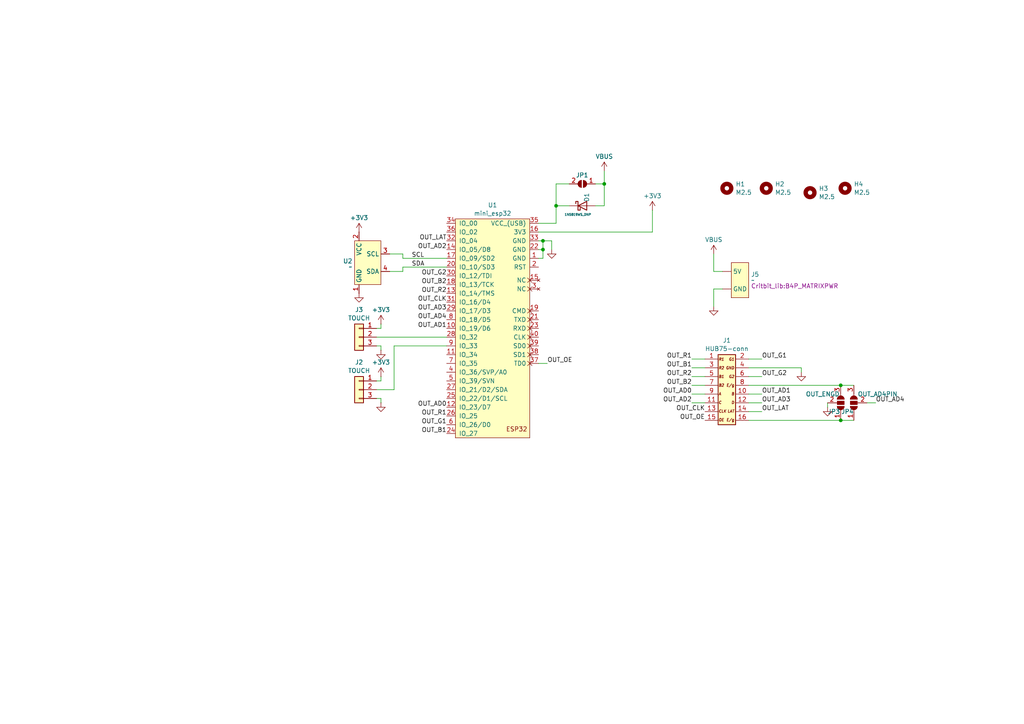
<source format=kicad_sch>
(kicad_sch (version 20231120) (generator "eeschema") (generator_version "8.0")
  (paper "A4")
  (lib_symbols
    (symbol "Connector_Generic:Conn_01x03" (pin_names (offset 1.016) hide)
      (property "Reference" "J" (at 0 5.08 0))
      (property "Value" "Conn_01x03" (at 0 -5.08 0))
      (symbol "Conn_01x03_1_1"
        (rectangle (start -1.27 -2.413) (end 0 -2.667) (stroke (width 0.1524)))
        (rectangle (start -1.27 0.127) (end 0 -0.127) (stroke (width 0.1524)))
        (rectangle (start -1.27 2.667) (end 0 2.413) (stroke (width 0.1524)))
        (rectangle (start -1.27 3.81) (end 1.27 -3.81) (stroke (width 0.254)) (fill (type background)))
        (pin passive line (at -5.08 2.54 0) (length 3.81) (name "Pin_1") (number "1"))
        (pin passive line (at -5.08 0 0) (length 3.81) (name "Pin_2") (number "2"))
        (pin passive line (at -5.08 -2.54 0) (length 3.81) (name "Pin_3") (number "3"))
      )
    )
    (symbol "Critbit_lib:HUB75-conn" (pin_names (offset 1.016) hide)
      (property "Reference" "J" (at 1.27 10.16 0))
      (property "Value" "HUB75-conn" (at 1.27 -12.7 0))
      (symbol "HUB75-conn_1_1"
        (rectangle (start -1.27 8.89) (end 3.81 -11.43) (stroke (width 0.254)) (fill (type background)))
        (text "G1\n\nGND\n\nG2\n\nE/g\n\nB\n\nD\n\nLAT\n\nE/g" (at 3.4966 -1.2314 0) (effects (font (size 0.78 0.78) (italic yes)) (justify right)))
        (text "R1\n\nR2\n\nB1\n\nB2\n\nA\n\nC\n\nCLK\n\nOE" (at -1.1884 -1.2314 0) (effects (font (size 0.78 0.78) (italic yes)) (justify left)))
        (pin passive line (at -5.08 7.62 0) (length 3.81) (name "Pin_1") (number "1"))
        (pin passive line (at 7.62 -2.54 180) (length 3.81) (name "Pin_10") (number "10"))
        (pin passive line (at -5.08 -5.08 0) (length 3.81) (name "Pin_11") (number "11"))
        (pin passive line (at 7.62 -5.08 180) (length 3.81) (name "Pin_12") (number "12"))
        (pin passive line (at -5.08 -7.62 0) (length 3.81) (name "Pin_13") (number "13"))
        (pin passive line (at 7.62 -7.62 180) (length 3.81) (name "Pin_14") (number "14"))
        (pin passive line (at -5.08 -10.16 0) (length 3.81) (name "Pin_15") (number "15"))
        (pin passive line (at 7.62 -10.16 180) (length 3.81) (name "Pin_16") (number "16"))
        (pin passive line (at 7.62 7.62 180) (length 3.81) (name "Pin_2") (number "2"))
        (pin passive line (at -5.08 5.08 0) (length 3.81) (name "Pin_3") (number "3"))
        (pin passive line (at 7.62 5.08 180) (length 3.81) (name "Pin_4") (number "4"))
        (pin passive line (at -5.08 2.54 0) (length 3.81) (name "Pin_5") (number "5"))
        (pin passive line (at 7.62 2.54 180) (length 3.81) (name "Pin_6") (number "6"))
        (pin passive line (at -5.08 0 0) (length 3.81) (name "Pin_7") (number "7"))
        (pin passive line (at 7.62 0 180) (length 3.81) (name "Pin_8") (number "8"))
        (pin passive line (at -5.08 -2.54 0) (length 3.81) (name "Pin_9") (number "9"))
      )
    )
    (symbol "Critbit_lib:MATRIXPWR" (pin_numbers hide)
      (property "Reference" "J" (at 0 0 0))
      (property "Footprint" "Critbit_lib:B4P_MATRIXPWR" (at 0 0 0))
      (symbol "MATRIXPWR_1_1"
        (rectangle (start -2.54 5.08) (end 2.54 -5.08) (fill (type background)))
        (pin power_in line (at -5.08 2.54 0) (length 2.54) (name "5V") (number "5V"))
        (pin power_in line (at -5.08 -2.54 0) (length 2.54) (name "GND") (number "GND"))
      )
    )
    (symbol "Critbit_lib:OLED_4Pin"
      (property "Reference" "U" (at 0 5.08 0))
      (symbol "OLED_4Pin_1_1"
        (rectangle (start -3.81 6.35) (end 3.81 -6.35) (fill (type background)))
        (pin power_in line (at 2.54 -8.89 90) (length 2.54) (name "GND") (number "1"))
        (pin power_in line (at 2.54 8.89 270) (length 2.54) (name "VCC") (number "2"))
        (pin power_in line (at -6.35 2.54 0) (length 2.54) (name "SCL") (number "3"))
        (pin power_in line (at -6.35 -2.54 0) (length 2.54) (name "SDA") (number "4"))
      )
    )
    (symbol "Device:D_Schottky" (pin_numbers hide) (pin_names (offset 1.016) hide)
      (property "Reference" "D" (at 0 2.54 0))
      (property "Value" "D_Schottky" (at 0 -2.54 0))
      (symbol "D_Schottky_0_1"
        (polyline (pts (xy 1.27 0) (xy -1.27 0)))
        (polyline (pts (xy 1.27 1.27) (xy 1.27 -1.27) (xy -1.27 0) (xy 1.27 1.27)) (stroke (width 0.254)))
        (polyline (pts (xy -1.905 0.635) (xy -1.905 1.27) (xy -1.27 1.27) (xy -1.27 -1.27) (xy -0.635 -1.27) (xy -0.635 -0.635)) (stroke (width 0.254)))
      )
      (symbol "D_Schottky_1_1"
        (pin passive line (at -3.81 0 0) (length 2.54) (name "K") (number "1"))
        (pin passive line (at 3.81 0 180) (length 2.54) (name "A") (number "2"))
      )
    )
    (symbol "GND_1" (power) (pin_numbers hide) (pin_names (offset 0) hide)
      (property "Value" "GND" (at 0 -3.81 0))
      (symbol "GND_1_0_1"
        (polyline (pts (xy 0 0) (xy 0 -1.27) (xy 1.27 -1.27) (xy 0 -2.54) (xy -1.27 -1.27) (xy 0 -1.27)))
      )
      (symbol "GND_1_1_1"
        (pin power_in line (at 0 0 270) (length 0) (name "~") (number "1"))
      )
    )
    (symbol "Jumper:SolderJumper_2_Open" (pin_names (offset 0) hide)
      (property "Reference" "JP" (at 0 2.032 0))
      (property "Value" "SolderJumper_2_Open" (at 0 -2.54 0))
      (symbol "SolderJumper_2_Open_0_1"
        (arc (start -0.254 1.016) (mid -1.2655 0) (end -0.254 -1.016))
        (arc (start -0.254 1.016) (mid -1.2655 0) (end -0.254 -1.016) (fill (type outline)))
        (polyline (pts (xy -0.254 1.016) (xy -0.254 -1.016)))
        (polyline (pts (xy 0.254 1.016) (xy 0.254 -1.016)))
        (arc (start 0.254 -1.016) (mid 1.2655 0) (end 0.254 1.016))
        (arc (start 0.254 -1.016) (mid 1.2655 0) (end 0.254 1.016) (fill (type outline)))
      )
      (symbol "SolderJumper_2_Open_1_1"
        (pin passive line (at -3.81 0 0) (length 2.54) (name "A") (number "1"))
        (pin passive line (at 3.81 0 180) (length 2.54) (name "B") (number "2"))
      )
    )
    (symbol "Jumper:SolderJumper_3_Open" (pin_names (offset 0) hide)
      (property "Reference" "JP" (at -2.54 -2.54 0))
      (property "Value" "SolderJumper_3_Open" (at 0 2.794 0))
      (symbol "SolderJumper_3_Open_0_1"
        (arc (start -1.016 1.016) (mid -2.0276 0) (end -1.016 -1.016))
        (arc (start -1.016 1.016) (mid -2.0276 0) (end -1.016 -1.016) (fill (type outline)))
        (rectangle (start -0.508 1.016) (end 0.508 -1.016) (fill (type outline)))
        (polyline (pts (xy -2.54 0) (xy -2.032 0)))
        (polyline (pts (xy -1.016 1.016) (xy -1.016 -1.016)))
        (polyline (pts (xy 0 -1.27) (xy 0 -1.016)))
        (polyline (pts (xy 1.016 1.016) (xy 1.016 -1.016)))
        (polyline (pts (xy 2.54 0) (xy 2.032 0)))
        (arc (start 1.016 -1.016) (mid 2.0276 0) (end 1.016 1.016))
        (arc (start 1.016 -1.016) (mid 2.0276 0) (end 1.016 1.016) (fill (type outline)))
      )
      (symbol "SolderJumper_3_Open_1_1"
        (pin passive line (at -5.08 0 0) (length 2.54) (name "A") (number "1"))
        (pin passive line (at 0 -3.81 90) (length 2.54) (name "C") (number "2"))
        (pin passive line (at 5.08 0 180) (length 2.54) (name "B") (number "3"))
      )
    )
    (symbol "Mechanical:MountingHole" (pin_names (offset 1.016)) (exclude_from_sim yes) (in_bom no)
      (property "Reference" "H" (at 0 5.08 0))
      (property "Value" "MountingHole" (at 0 3.175 0))
      (symbol "MountingHole_0_1"
        (circle (center 0 0) (radius 1.27) (stroke (width 1.27)))
      )
    )
    (symbol "crap:mini_esp32" (pin_names (offset 1.016))
      (property "Reference" "U" (at -7.62 -50.8 0))
      (property "Value" "mini_esp32" (at 5.08 -59.69 0))
      (symbol "mini_esp32_0_0"
        (text "ESP32" (at 7.62 -62.23 0) (effects (font (size 1.27 1.27))))
        (pin power_in line (at 13.97 -12.7 180) (length 2.54) (name "GND") (number "1"))
        (pin input line (at 13.97 -15.24 180) (length 2.54) (name "RST") (number "2"))
        (pin no_connect non_logic (at 13.97 -21.59 180) (length 2.54) (name "NC") (number "3"))
        (pin bidirectional line (at -12.7 -45.72 0) (length 2.54) (name "IO_36/SVP/A0") (number "4"))
        (pin bidirectional line (at -12.7 -48.26 0) (length 2.54) (name "IO_39/SVN") (number "5"))
      )
      (symbol "mini_esp32_0_1"
        (rectangle (start -10.16 -1.27) (end 11.43 -64.77) (fill (type background)))
      )
      (symbol "mini_esp32_1_1"
        (pin bidirectional line (at -12.7 -33.02 0) (length 2.54) (name "IO_19/D6") (number "10"))
        (pin bidirectional line (at -12.7 -40.64 0) (length 2.54) (name "IO_34") (number "11"))
        (pin bidirectional line (at -12.7 -55.88 0) (length 2.54) (name "IO_23/D7") (number "12"))
        (pin bidirectional line (at -12.7 -22.86 0) (length 2.54) (name "IO_14/TMS") (number "13"))
        (pin bidirectional line (at -12.7 -10.16 0) (length 2.54) (name "IO_05/D8") (number "14"))
        (pin no_connect non_logic (at 13.97 -19.05 180) (length 2.54) (name "NC") (number "15"))
        (pin power_in line (at 13.97 -5.08 180) (length 2.54) (name "3V3") (number "16"))
        (pin bidirectional line (at -12.7 -12.7 0) (length 2.54) (name "IO_09/SD2") (number "17"))
        (pin bidirectional line (at -12.7 -20.32 0) (length 2.54) (name "IO_13/TCK") (number "18"))
        (pin passive non_logic (at 13.97 -27.94 180) (length 2.54) (name "CMD") (number "19"))
        (pin bidirectional line (at -12.7 -15.24 0) (length 2.54) (name "IO_10/SD3") (number "20"))
        (pin passive non_logic (at 13.97 -30.48 180) (length 2.54) (name "TXD") (number "21"))
        (pin power_in line (at 13.97 -10.16 180) (length 2.54) (name "GND") (number "22"))
        (pin passive non_logic (at 13.97 -33.02 180) (length 2.54) (name "RXD") (number "23"))
        (pin bidirectional line (at -12.7 -63.5 0) (length 2.54) (name "IO_27") (number "24"))
        (pin bidirectional line (at -12.7 -53.34 0) (length 2.54) (name "IO_22/D1/SCL") (number "25"))
        (pin bidirectional line (at -12.7 -58.42 0) (length 2.54) (name "IO_25") (number "26"))
        (pin bidirectional line (at -12.7 -50.8 0) (length 2.54) (name "IO_21/D2/SDA") (number "27"))
        (pin bidirectional line (at -12.7 -35.56 0) (length 2.54) (name "IO_32") (number "28"))
        (pin bidirectional line (at -12.7 -27.94 0) (length 2.54) (name "IO_17/D3") (number "29"))
        (pin bidirectional line (at -12.7 -17.78 0) (length 2.54) (name "IO_12/TDI") (number "30"))
        (pin bidirectional line (at -12.7 -25.4 0) (length 2.54) (name "IO_16/D4") (number "31"))
        (pin bidirectional line (at -12.7 -7.62 0) (length 2.54) (name "IO_04") (number "32"))
        (pin power_in line (at 13.97 -7.62 180) (length 2.54) (name "GND") (number "33"))
        (pin bidirectional line (at -12.7 -2.54 0) (length 2.54) (name "IO_00") (number "34"))
        (pin power_in line (at 13.97 -2.54 180) (length 2.54) (name "VCC_(USB)") (number "35"))
        (pin bidirectional line (at -12.7 -5.08 0) (length 2.54) (name "IO_02") (number "36"))
        (pin passive non_logic (at 13.97 -43.18 180) (length 2.54) (name "TD0") (number "37"))
        (pin passive non_logic (at 13.97 -40.64 180) (length 2.54) (name "SD1") (number "38"))
        (pin passive non_logic (at 13.97 -38.1 180) (length 2.54) (name "SD0") (number "39"))
        (pin passive non_logic (at 13.97 -35.56 180) (length 2.54) (name "CLK") (number "40"))
        (pin bidirectional line (at -12.7 -60.96 0) (length 2.54) (name "IO_26/D0") (number "6"))
        (pin bidirectional line (at -12.7 -43.18 0) (length 2.54) (name "IO_35") (number "7"))
        (pin bidirectional line (at -12.7 -30.48 0) (length 2.54) (name "IO_18/D5") (number "8"))
        (pin bidirectional line (at -12.7 -38.1 0) (length 2.54) (name "IO_33") (number "9"))
      )
    )
    (symbol "power:+3V3" (power) (pin_numbers hide) (pin_names (offset 0) hide)
      (property "Value" "+3V3" (at 0 3.556 0))
      (symbol "+3V3_0_1"
        (polyline (pts (xy -0.762 1.27) (xy 0 2.54)))
        (polyline (pts (xy 0 0) (xy 0 2.54)))
        (polyline (pts (xy 0 2.54) (xy 0.762 1.27)))
      )
      (symbol "+3V3_1_1"
        (pin power_in line (at 0 0 90) (length 0) (name "~") (number "1"))
      )
    )
    (symbol "power:GND" (power) (pin_names (offset 0))
      (property "Value" "GND" (at 0 -3.81 0))
      (symbol "GND_0_1"
        (polyline (pts (xy 0 0) (xy 0 -1.27) (xy 1.27 -1.27) (xy 0 -2.54) (xy -1.27 -1.27) (xy 0 -1.27)))
      )
      (symbol "GND_1_1"
        (pin power_in line (at 0 0 270) (length 0) hide (name "GND") (number "1"))
      )
    )
    (symbol "power:VBUS" (power) (pin_numbers hide) (pin_names (offset 0) hide)
      (property "Value" "VBUS" (at 0 3.556 0))
      (symbol "VBUS_0_1"
        (polyline (pts (xy -0.762 1.27) (xy 0 2.54)))
        (polyline (pts (xy 0 0) (xy 0 2.54)))
        (polyline (pts (xy 0 2.54) (xy 0.762 1.27)))
      )
      (symbol "VBUS_1_1"
        (pin power_in line (at 0 0 90) (length 0) (name "~") (number "1"))
      )
    )
  )
  (junction (at 161.29 59.69))
  (junction (at 157.48 69.85))
  (junction (at 243.84 121.92))
  (junction (at 175.26 53.34))
  (junction (at 243.84 111.76))
  (junction (at 157.48 72.39))
  (wire (pts (xy 156.21 74.93) (xy 157.48 74.93)))
  (wire (pts (xy 110.49 93.98) (xy 110.49 95.25)))
  (wire (pts (xy 243.84 121.92) (xy 247.65 121.92)))
  (wire (pts (xy 189.23 67.31) (xy 189.23 60.96)))
  (wire (pts (xy 116.84 78.74) (xy 116.84 77.47)))
  (wire (pts (xy 200.66 106.68) (xy 204.47 106.68)))
  (wire (pts (xy 220.98 116.84) (xy 217.17 116.84)))
  (wire (pts (xy 200.66 104.14) (xy 204.47 104.14)))
  (wire (pts (xy 129.54 100.33) (xy 114.3 100.33)))
  (wire (pts (xy 165.1 53.34) (xy 161.29 53.34)))
  (wire (pts (xy 110.49 115.57) (xy 109.22 115.57)))
  (wire (pts (xy 156.21 105.41) (xy 158.75 105.41)))
  (wire (pts (xy 116.84 74.93) (xy 116.84 73.66)))
  (wire (pts (xy 217.17 121.92) (xy 243.84 121.92)))
  (wire (pts (xy 129.54 74.93) (xy 116.84 74.93)))
  (wire (pts (xy 220.98 114.3) (xy 217.17 114.3)))
  (wire (pts (xy 220.98 104.14) (xy 217.17 104.14)))
  (wire (pts (xy 217.17 106.68) (xy 232.41 106.68)))
  (wire (pts (xy 116.84 77.47) (xy 129.54 77.47)))
  (wire (pts (xy 207.01 83.82) (xy 209.55 83.82)))
  (wire (pts (xy 200.66 116.84) (xy 204.47 116.84)))
  (wire (pts (xy 157.48 74.93) (xy 157.48 72.39)))
  (wire (pts (xy 113.03 78.74) (xy 116.84 78.74)))
  (wire (pts (xy 110.49 100.33) (xy 109.22 100.33)))
  (wire (pts (xy 175.26 53.34) (xy 172.72 53.34)))
  (wire (pts (xy 156.21 72.39) (xy 157.48 72.39)))
  (wire (pts (xy 232.41 106.68) (xy 232.41 107.95)))
  (wire (pts (xy 110.49 116.84) (xy 110.49 115.57)))
  (wire (pts (xy 200.66 111.76) (xy 204.47 111.76)))
  (wire (pts (xy 172.72 59.69) (xy 175.26 59.69)))
  (wire (pts (xy 200.66 114.3) (xy 204.47 114.3)))
  (wire (pts (xy 110.49 109.22) (xy 110.49 110.49)))
  (wire (pts (xy 161.29 64.77) (xy 156.21 64.77)))
  (wire (pts (xy 207.01 78.74) (xy 209.55 78.74)))
  (wire (pts (xy 161.29 59.69) (xy 161.29 64.77)))
  (wire (pts (xy 110.49 95.25) (xy 109.22 95.25)))
  (wire (pts (xy 220.98 109.22) (xy 217.17 109.22)))
  (wire (pts (xy 157.48 69.85) (xy 156.21 69.85)))
  (wire (pts (xy 156.21 67.31) (xy 189.23 67.31)))
  (wire (pts (xy 217.17 111.76) (xy 243.84 111.76)))
  (wire (pts (xy 110.49 101.6) (xy 110.49 100.33)))
  (wire (pts (xy 161.29 59.69) (xy 165.1 59.69)))
  (wire (pts (xy 110.49 110.49) (xy 109.22 110.49)))
  (wire (pts (xy 109.22 113.03) (xy 114.3 113.03)))
  (wire (pts (xy 220.98 119.38) (xy 217.17 119.38)))
  (wire (pts (xy 240.03 116.84) (xy 240.03 118.11)))
  (wire (pts (xy 175.26 59.69) (xy 175.26 53.34)))
  (wire (pts (xy 200.66 109.22) (xy 204.47 109.22)))
  (wire (pts (xy 116.84 73.66) (xy 113.03 73.66)))
  (wire (pts (xy 175.26 49.53) (xy 175.26 53.34)))
  (wire (pts (xy 207.01 83.82) (xy 207.01 88.9)))
  (wire (pts (xy 243.84 111.76) (xy 247.65 111.76)))
  (wire (pts (xy 161.29 53.34) (xy 161.29 59.69)))
  (wire (pts (xy 207.01 73.66) (xy 207.01 78.74)))
  (wire (pts (xy 109.22 97.79) (xy 129.54 97.79)))
  (wire (pts (xy 254 116.84) (xy 251.46 116.84)))
  (wire (pts (xy 114.3 100.33) (xy 114.3 113.03)))
  (wire (pts (xy 157.48 72.39) (xy 157.48 69.85)))
  (wire (pts (xy 160.02 72.39) (xy 160.02 69.85)))
  (wire (pts (xy 160.02 69.85) (xy 157.48 69.85)))
  (label "SCL" (at 119.38 74.93 0))
  (label "OUT_LAT" (at 129.54 69.85 180))
  (label "OUT_B1" (at 200.66 106.68 180))
  (label "OUT_G2" (at 129.54 80.01 180))
  (label "OUT_AD3" (at 129.54 90.17 180))
  (label "OUT_AD4" (at 254 116.84 0))
  (label "SDA" (at 119.38 77.47 0))
  (label "OUT_G1" (at 129.54 123.19 180))
  (label "OUT_AD0" (at 200.66 114.3 180))
  (label "OUT_R2" (at 129.54 85.09 180))
  (label "OUT_AD2" (at 129.54 72.39 180))
  (label "OUT_LAT" (at 220.98 119.38 0))
  (label "OUT_AD4" (at 129.54 92.71 180))
  (label "OUT_B2" (at 129.54 82.55 180))
  (label "OUT_B1" (at 129.54 125.73 180))
  (label "OUT_AD0" (at 129.54 118.11 180))
  (label "OUT_G2" (at 220.98 109.22 0))
  (label "OUT_R1" (at 200.66 104.14 180))
  (label "OUT_R2" (at 200.66 109.22 180))
  (label "OUT_G1" (at 220.98 104.14 0))
  (label "OUT_CLK" (at 204.47 119.38 180))
  (label "OUT_AD2" (at 200.66 116.84 180))
  (label "OUT_AD1" (at 220.98 114.3 0))
  (label "OUT_AD1" (at 129.54 95.25 180))
  (label "OUT_CLK" (at 129.54 87.63 180))
  (label "OUT_B2" (at 200.66 111.76 180))
  (label "OUT_AD3" (at 220.98 116.84 0))
  (label "OUT_OE" (at 204.47 121.92 180))
  (label "OUT_OE" (at 158.75 105.41 0))
  (label "OUT_R1" (at 129.54 120.65 180))
  (symbol (lib_id "power:GND") (at 232.41 107.95 0) (mirror y) (unit 1)
    (property "Reference" "#PWR02" (effects (hide yes)))
    (property "Value" "GND" (effects (hide yes)))
  )
  (symbol (lib_id "Critbit_lib:MATRIXPWR") (at 214.63 81.28 0) (unit 1)
    (property "Reference" "J5" (at 217.805 79.5986 0) (effects (justify left)))
    (property "Value" "~" (at 217.805 81.28 0) (effects (justify left)))
    (property "Footprint" "Critbit_lib:B4P_MATRIXPWR" (at 217.805 82.9613 0) (effects (justify left)))
  )
  (symbol (lib_id "power:+3V3") (at 189.23 60.96 0) (unit 1)
    (property "Reference" "#PWR01" (effects (hide yes)))
    (property "Value" "+3V3" (at 189.23 56.8269 0))
    (property "Description" "Power symbol creates a global label with name \"+3V3\"" (effects (hide yes)))
  )
  (symbol (lib_id "Critbit_lib:OLED_4Pin") (at 106.68 76.2 0) (mirror y) (unit 1)
    (property "Reference" "U2" (at 102.235 75.7308 0) (effects (justify left)))
    (property "Value" "~" (at 102.235 77.4122 0) (effects (justify left)))
    (property "Footprint" "Critbit_lib:OLED_4Pin" (effects (hide yes)))
  )
  (symbol (lib_id "Device:D_Schottky") (at 168.91 59.69 0) (unit 1)
    (property "Reference" "D1" (at 170.18 55.88 90) (effects (justify right)))
    (property "Value" "1N5819WS_DNP" (at 171.45 62.23 0) (effects (font (size 0.65 0.65)) (justify right)))
    (property "Footprint" "Diode_SMD:D_SMA" (effects (hide yes)))
    (property "LCSC" "C191023" (effects (hide yes)))
  )
  (symbol (lib_id "power:GND") (at 207.01 88.9 0) (mirror y) (unit 1)
    (property "Reference" "#PWR010" (effects (hide yes)))
    (property "Value" "GND" (effects (hide yes)))
  )
  (symbol (lib_id "Jumper:SolderJumper_2_Open") (at 168.91 53.34 0) (mirror y) (unit 1)
    (property "Reference" "JP1" (at 170.688 50.8 0) (effects (justify left)))
    (property "Value" "BYPASS_VBUS" (effects (hide yes)))
    (property "Footprint" "Jumper:SolderJumper-2_P1.3mm_Open_TrianglePad1.0x1.5mm" (effects (hide yes)))
  )
  (symbol (lib_id "Mechanical:MountingHole") (at 245.11 54.61 0) (unit 1) (exclude_from_sim yes) (in_bom no)
    (property "Reference" "H4" (at 247.65 53.3978 0) (effects (justify left)))
    (property "Value" "M2.5" (at 247.65 55.8221 0) (effects (justify left)))
    (property "Footprint" "MountingHole:MountingHole_2.7mm_M2.5" (effects (hide yes)))
    (property "Description" "Mounting Hole without connection" (effects (hide yes)))
  )
  (symbol (lib_id "Jumper:SolderJumper_3_Open") (at 247.65 116.84 90) (unit 1)
    (property "Reference" "JP4" (at 247.65 119.38 90) (effects (justify left)))
    (property "Value" "OUT_AD4PIN" (at 260.35 114.3 90) (effects (justify left)))
    (property "Footprint" "Critbit_lib:3jumper" (effects (hide yes)))
  )
  (symbol (lib_id "power:GND") (at 240.03 118.11 0) (mirror y) (unit 1)
    (property "Reference" "#PWR03" (effects (hide yes)))
    (property "Value" "GND" (effects (hide yes)))
  )
  (symbol (lib_name "GND_1") (lib_id "power:GND") (at 110.49 116.84 0) (unit 1)
    (property "Reference" "#PWR08" (effects (hide yes)))
    (property "Value" "GND" (effects (hide yes)))
    (property "Description" "Power symbol creates a global label with name \"GND\" , ground" (effects (hide yes)))
  )
  (symbol (lib_id "power:+3V3") (at 110.49 93.98 0) (unit 1)
    (property "Reference" "#PWR06" (effects (hide yes)))
    (property "Value" "+3V3" (at 110.49 89.8469 0))
    (property "Description" "Power symbol creates a global label with name \"+3V3\"" (effects (hide yes)))
  )
  (symbol (lib_name "GND_1") (lib_id "power:GND") (at 160.02 72.39 0) (unit 1)
    (property "Reference" "#PWR013" (effects (hide yes)))
    (property "Value" "GND" (effects (hide yes)))
    (property "Description" "Power symbol creates a global label with name \"GND\" , ground" (effects (hide yes)))
  )
  (symbol (lib_id "crap:mini_esp32") (at 142.24 62.23 0) (unit 1)
    (property "Reference" "U1" (at 142.875 59.4825 0))
    (property "Value" "mini_esp32" (at 142.875 61.9068 0))
    (property "Footprint" "crap:ESP32_mini" (effects (hide yes)))
  )
  (symbol (lib_id "Critbit_lib:HUB75-conn") (at 209.55 111.76 0) (unit 1)
    (property "Reference" "J1" (at 210.82 98.7255 0))
    (property "Value" "HUB75-conn" (at 210.82 101.1498 0))
    (property "Footprint" "Connector_IDC:IDC-Header_2x08_P2.54mm_Vertical" (effects (hide yes)))
  )
  (symbol (lib_id "Jumper:SolderJumper_3_Open") (at 243.84 116.84 270) (mirror x) (unit 1)
    (property "Reference" "JP3" (at 240.03 119.38 90) (effects (justify left)))
    (property "Value" "OUT_ENGD" (at 233.68 114.3 90) (effects (justify left)))
    (property "Footprint" "Critbit_lib:3jumper" (effects (hide yes)))
  )
  (symbol (lib_name "GND_1") (lib_id "power:GND") (at 110.49 101.6 0) (unit 1)
    (property "Reference" "#PWR05" (effects (hide yes)))
    (property "Value" "GND" (effects (hide yes)))
    (property "Description" "Power symbol creates a global label with name \"GND\" , ground" (effects (hide yes)))
  )
  (symbol (lib_id "power:+3V3") (at 104.14 67.31 0) (unit 1)
    (property "Reference" "#PWR011" (effects (hide yes)))
    (property "Value" "+3V3" (at 104.14 63.1769 0))
    (property "Description" "Power symbol creates a global label with name \"+3V3\"" (effects (hide yes)))
  )
  (symbol (lib_id "Mechanical:MountingHole") (at 222.25 54.61 0) (unit 1) (exclude_from_sim yes) (in_bom no)
    (property "Reference" "H2" (at 224.79 53.3978 0) (effects (justify left)))
    (property "Value" "M2.5" (at 224.79 55.8221 0) (effects (justify left)))
    (property "Footprint" "MountingHole:MountingHole_2.7mm_M2.5" (effects (hide yes)))
    (property "Description" "Mounting Hole without connection" (effects (hide yes)))
  )
  (symbol (lib_id "Mechanical:MountingHole") (at 210.82 54.61 0) (unit 1) (exclude_from_sim yes) (in_bom no)
    (property "Reference" "H1" (at 213.36 53.3978 0) (effects (justify left)))
    (property "Value" "M2.5" (at 213.36 55.8221 0) (effects (justify left)))
    (property "Footprint" "MountingHole:MountingHole_2.7mm_M2.5" (effects (hide yes)))
    (property "Description" "Mounting Hole without connection" (effects (hide yes)))
  )
  (symbol (lib_id "power:+3V3") (at 110.49 109.22 0) (unit 1)
    (property "Reference" "#PWR07" (effects (hide yes)))
    (property "Value" "+3V3" (at 110.49 105.0869 0))
    (property "Description" "Power symbol creates a global label with name \"+3V3\"" (effects (hide yes)))
  )
  (symbol (lib_id "power:VBUS") (at 207.01 73.66 0) (unit 1)
    (property "Reference" "#PWR09" (effects (hide yes)))
    (property "Value" "VBUS" (at 207.01 69.5269 0))
    (property "Description" "Power symbol creates a global label with name \"VBUS\"" (effects (hide yes)))
  )
  (symbol (lib_name "GND_1") (lib_id "power:GND") (at 104.14 85.09 0) (unit 1)
    (property "Reference" "#PWR012" (effects (hide yes)))
    (property "Value" "GND" (effects (hide yes)))
    (property "Description" "Power symbol creates a global label with name \"GND\" , ground" (effects (hide yes)))
  )
  (symbol (lib_id "power:VBUS") (at 175.26 49.53 0) (unit 1)
    (property "Reference" "#PWR04" (effects (hide yes)))
    (property "Value" "VBUS" (at 175.26 45.3969 0))
    (property "Description" "Power symbol creates a global label with name \"VBUS\"" (effects (hide yes)))
  )
  (symbol (lib_id "Mechanical:MountingHole") (at 234.95 55.88 0) (unit 1) (exclude_from_sim yes) (in_bom no)
    (property "Reference" "H3" (at 237.49 54.6678 0) (effects (justify left)))
    (property "Value" "M2.5" (at 237.49 57.0921 0) (effects (justify left)))
    (property "Footprint" "MountingHole:MountingHole_2.7mm_M2.5" (effects (hide yes)))
    (property "Description" "Mounting Hole without connection" (effects (hide yes)))
  )
  (symbol (lib_id "Connector_Generic:Conn_01x03") (at 104.14 97.79 0) (mirror y) (unit 1)
    (property "Reference" "J3" (at 104.14 89.8355 0))
    (property "Value" "TOUCH" (at 104.14 92.2598 0))
    (property "Footprint" "Connector_PinHeader_2.54mm:PinHeader_1x03_P2.54mm_Vertical" (effects (hide yes)))
    (property "Description" "Generic connector, single row, 01x03, script generated (kicad-library-utils/schlib/autogen/connector/)" (effects (hide yes)))
  )
  (symbol (lib_id "Connector_Generic:Conn_01x03") (at 104.14 113.03 0) (mirror y) (unit 1)
    (property "Reference" "J2" (at 104.14 105.0755 0))
    (property "Value" "TOUCH" (at 104.14 107.4998 0))
    (property "Footprint" "Connector_PinHeader_2.54mm:PinHeader_1x03_P2.54mm_Vertical" (effects (hide yes)))
    (property "Description" "Generic connector, single row, 01x03, script generated (kicad-library-utils/schlib/autogen/connector/)" (effects (hide yes)))
  )
)
</source>
